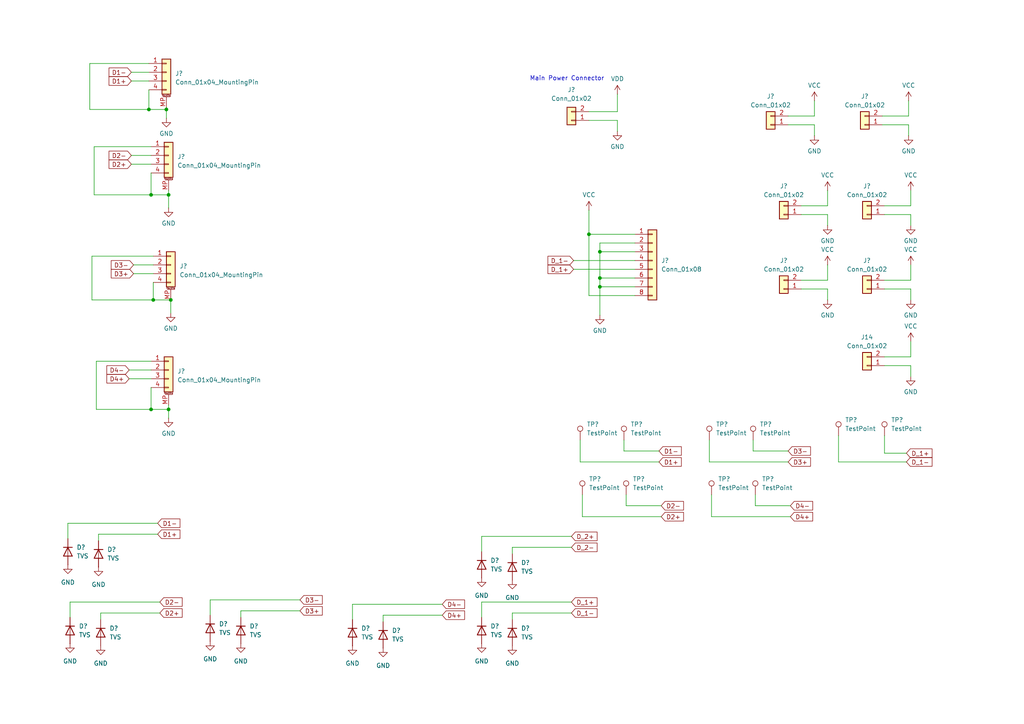
<source format=kicad_sch>
(kicad_sch (version 20250114) (generator "eeschema") (generator_version "9.0")
  (paper "A4")
  (lib_symbols
    (symbol "Connector:TestPoint" (pin_numbers (hide yes)) (pin_names (offset 0.762) (hide yes))
      (property "Reference" "TP" (at 0 6.858 0))
      (property "Value" "TestPoint" (at 0 5.08 0))
      (symbol "TestPoint_0_1"
        (circle (center 0 3.302) (radius 0.762))
      )
      (symbol "TestPoint_1_1"
        (pin passive line (at 0 0 90) (length 2.54) (name "1") (number "1"))
      )
    )
    (symbol "Connector_Generic:Conn_01x02" (pin_names (offset 1.016) (hide yes))
      (property "Reference" "J" (at 0 2.54 0))
      (property "Value" "Conn_01x02" (at 0 -5.08 0))
      (symbol "Conn_01x02_1_1"
        (rectangle (start -1.27 1.27) (end 1.27 -3.81) (stroke (width 0.254)) (fill (type background)))
        (rectangle (start -1.27 0.127) (end 0 -0.127) (stroke (width 0.1524)))
        (rectangle (start -1.27 -2.413) (end 0 -2.667) (stroke (width 0.1524)))
        (pin passive line (at -5.08 0 0) (length 3.81) (name "Pin_1") (number "1"))
        (pin passive line (at -5.08 -2.54 0) (length 3.81) (name "Pin_2") (number "2"))
      )
    )
    (symbol "Connector_Generic:Conn_01x08" (pin_names (offset 1.016) (hide yes))
      (property "Reference" "J" (at 0 10.16 0))
      (property "Value" "Conn_01x08" (at 0 -12.7 0))
      (symbol "Conn_01x08_1_1"
        (rectangle (start -1.27 8.89) (end 1.27 -11.43) (stroke (width 0.254)) (fill (type background)))
        (rectangle (start -1.27 7.747) (end 0 7.493) (stroke (width 0.1524)))
        (rectangle (start -1.27 5.207) (end 0 4.953) (stroke (width 0.1524)))
        (rectangle (start -1.27 2.667) (end 0 2.413) (stroke (width 0.1524)))
        (rectangle (start -1.27 0.127) (end 0 -0.127) (stroke (width 0.1524)))
        (rectangle (start -1.27 -2.413) (end 0 -2.667) (stroke (width 0.1524)))
        (rectangle (start -1.27 -4.953) (end 0 -5.207) (stroke (width 0.1524)))
        (rectangle (start -1.27 -7.493) (end 0 -7.747) (stroke (width 0.1524)))
        (rectangle (start -1.27 -10.033) (end 0 -10.287) (stroke (width 0.1524)))
        (pin passive line (at -5.08 7.62 0) (length 3.81) (name "Pin_1") (number "1"))
        (pin passive line (at -5.08 5.08 0) (length 3.81) (name "Pin_2") (number "2"))
        (pin passive line (at -5.08 2.54 0) (length 3.81) (name "Pin_3") (number "3"))
        (pin passive line (at -5.08 0 0) (length 3.81) (name "Pin_4") (number "4"))
        (pin passive line (at -5.08 -2.54 0) (length 3.81) (name "Pin_5") (number "5"))
        (pin passive line (at -5.08 -5.08 0) (length 3.81) (name "Pin_6") (number "6"))
        (pin passive line (at -5.08 -7.62 0) (length 3.81) (name "Pin_7") (number "7"))
        (pin passive line (at -5.08 -10.16 0) (length 3.81) (name "Pin_8") (number "8"))
      )
    )
    (symbol "Connector_Generic_MountingPin:Conn_01x04_MountingPin" (pin_names (offset 1.016) (hide yes))
      (property "Reference" "J" (at 0 5.08 0))
      (property "Value" "Conn_01x04_MountingPin" (at 1.27 -7.62 0))
      (symbol "Conn_01x04_MountingPin_1_1"
        (rectangle (start -1.27 3.81) (end 1.27 -6.35) (stroke (width 0.254)) (fill (type background)))
        (rectangle (start -1.27 2.667) (end 0 2.413) (stroke (width 0.1524)))
        (rectangle (start -1.27 0.127) (end 0 -0.127) (stroke (width 0.1524)))
        (rectangle (start -1.27 -2.413) (end 0 -2.667) (stroke (width 0.1524)))
        (rectangle (start -1.27 -4.953) (end 0 -5.207) (stroke (width 0.1524)))
        (polyline (pts (xy -1.016 -7.112) (xy 1.016 -7.112)) (stroke (width 0.1524)))
        (text "Mounting" (at 0 -6.731 0) (effects (font (size 0.381 0.381))))
        (pin passive line (at -5.08 2.54 0) (length 3.81) (name "Pin_1") (number "1"))
        (pin passive line (at -5.08 0 0) (length 3.81) (name "Pin_2") (number "2"))
        (pin passive line (at -5.08 -2.54 0) (length 3.81) (name "Pin_3") (number "3"))
        (pin passive line (at -5.08 -5.08 0) (length 3.81) (name "Pin_4") (number "4"))
        (pin passive line (at 0 -10.16 90) (length 3.048) (name "MountPin") (number "MP"))
      )
    )
    (symbol "Device:D" (pin_numbers (hide yes)) (pin_names (offset 1.016) (hide yes))
      (property "Reference" "D" (at 0 2.54 0))
      (property "Value" "D" (at 0 -2.54 0))
      (symbol "D_0_1"
        (polyline (pts (xy -1.27 1.27) (xy -1.27 -1.27)) (stroke (width 0.254)))
        (polyline (pts (xy 1.27 1.27) (xy 1.27 -1.27) (xy -1.27 0) (xy 1.27 1.27)) (stroke (width 0.254)))
        (polyline (pts (xy 1.27 0) (xy -1.27 0)))
      )
      (symbol "D_1_1"
        (pin passive line (at -3.81 0 0) (length 2.54) (name "K") (number "1"))
        (pin passive line (at 3.81 0 180) (length 2.54) (name "A") (number "2"))
      )
    )
    (symbol "power:GND" (power) (pin_numbers (hide yes)) (pin_names (offset 0) (hide yes))
      (property "Value" "GND" (at 0 -3.81 0))
      (symbol "GND_0_1"
        (polyline (pts (xy 0 0) (xy 0 -1.27) (xy 1.27 -1.27) (xy 0 -2.54) (xy -1.27 -1.27) (xy 0 -1.27)))
      )
      (symbol "GND_1_1"
        (pin power_in line (at 0 0 270) (length 0) (name "~") (number "1"))
      )
    )
    (symbol "power:VCC" (power) (pin_numbers (hide yes)) (pin_names (offset 0) (hide yes))
      (property "Value" "VCC" (at 0 3.556 0))
      (symbol "VCC_0_1"
        (polyline (pts (xy -0.762 1.27) (xy 0 2.54)))
        (polyline (pts (xy 0 2.54) (xy 0.762 1.27)))
        (polyline (pts (xy 0 0) (xy 0 2.54)))
      )
      (symbol "VCC_1_1"
        (pin power_in line (at 0 0 90) (length 0) (name "~") (number "1"))
      )
    )
    (symbol "power:VDD" (power) (pin_numbers (hide yes)) (pin_names (offset 0) (hide yes))
      (property "Value" "VDD" (at 0 3.556 0))
      (symbol "VDD_0_1"
        (polyline (pts (xy -0.762 1.27) (xy 0 2.54)))
        (polyline (pts (xy 0 2.54) (xy 0.762 1.27)))
        (polyline (pts (xy 0 0) (xy 0 2.54)))
      )
      (symbol "VDD_1_1"
        (pin power_in line (at 0 0 90) (length 0) (name "~") (number "1"))
      )
    )
  )
  (text "Main Power Connector" (at 164.465 22.86 0) (effects (font (size 1.27 1.27))))
  (junction (at 44.45 86.995))
  (junction (at 48.26 31.75))
  (junction (at 48.895 118.745))
  (junction (at 49.53 86.995))
  (junction (at 173.99 73.025))
  (junction (at 173.99 83.185))
  (junction (at 170.815 67.945))
  (junction (at 43.815 56.515))
  (junction (at 48.895 56.515))
  (junction (at 43.18 31.75))
  (junction (at 43.815 118.745))
  (junction (at 173.99 80.645))
  (wire (pts (xy 240.03 83.82) (xy 240.03 86.995)))
  (wire (pts (xy 256.54 62.23) (xy 264.16 62.23)))
  (wire (pts (xy 256.54 106.045) (xy 264.16 106.045)))
  (wire (pts (xy 38.1 20.955) (xy 43.18 20.955)))
  (wire (pts (xy 219.075 143.51) (xy 219.075 146.685)))
  (wire (pts (xy 173.99 83.185) (xy 184.15 83.185)))
  (wire (pts (xy 264.16 83.82) (xy 264.16 86.995)))
  (wire (pts (xy 263.525 36.195) (xy 263.525 39.37)))
  (wire (pts (xy 170.815 32.385) (xy 179.07 32.385)))
  (wire (pts (xy 44.45 79.375) (xy 38.735 79.375)))
  (wire (pts (xy 232.41 81.28) (xy 240.03 81.28)))
  (wire (pts (xy 173.99 80.645) (xy 173.99 73.025)))
  (wire (pts (xy 206.375 149.86) (xy 229.235 149.86)))
  (wire (pts (xy 43.815 56.515) (xy 48.895 56.515)))
  (wire (pts (xy 228.6 33.655) (xy 236.22 33.655)))
  (wire (pts (xy 46.355 177.8) (xy 29.21 177.8)))
  (wire (pts (xy 165.735 177.8) (xy 148.59 177.8)))
  (wire (pts (xy 170.815 34.925) (xy 179.07 34.925)))
  (wire (pts (xy 44.45 81.915) (xy 44.45 86.995)))
  (wire (pts (xy 49.53 86.995) (xy 49.53 90.805)))
  (wire (pts (xy 180.975 127.635) (xy 180.975 130.81)))
  (wire (pts (xy 37.465 109.855) (xy 43.815 109.855)))
  (wire (pts (xy 173.99 91.44) (xy 173.99 83.185)))
  (wire (pts (xy 27.305 42.545) (xy 27.305 56.515)))
  (wire (pts (xy 27.94 104.775) (xy 27.94 118.745)))
  (wire (pts (xy 148.59 177.8) (xy 148.59 179.705)))
  (wire (pts (xy 26.035 31.75) (xy 43.18 31.75)))
  (wire (pts (xy 256.54 81.28) (xy 264.16 81.28)))
  (wire (pts (xy 86.995 173.99) (xy 60.96 173.99)))
  (wire (pts (xy 170.815 67.945) (xy 184.15 67.945)))
  (wire (pts (xy 256.54 83.82) (xy 264.16 83.82)))
  (wire (pts (xy 43.815 118.745) (xy 48.895 118.745)))
  (wire (pts (xy 44.45 86.995) (xy 49.53 86.995)))
  (wire (pts (xy 168.275 133.985) (xy 191.135 133.985)))
  (wire (pts (xy 43.815 112.395) (xy 43.815 118.745)))
  (wire (pts (xy 205.74 127.635) (xy 205.74 133.985)))
  (wire (pts (xy 45.72 151.765) (xy 19.685 151.765)))
  (wire (pts (xy 180.975 130.81) (xy 191.135 130.81)))
  (wire (pts (xy 26.67 74.295) (xy 26.67 86.995)))
  (wire (pts (xy 27.305 56.515) (xy 43.815 56.515)))
  (wire (pts (xy 43.815 104.775) (xy 27.94 104.775)))
  (wire (pts (xy 170.815 85.725) (xy 170.815 67.945)))
  (wire (pts (xy 148.59 158.75) (xy 148.59 160.655)))
  (wire (pts (xy 45.72 154.94) (xy 28.575 154.94)))
  (wire (pts (xy 173.99 73.025) (xy 184.15 73.025)))
  (wire (pts (xy 26.67 86.995) (xy 44.45 86.995)))
  (wire (pts (xy 43.815 47.625) (xy 38.1 47.625)))
  (wire (pts (xy 264.16 103.505) (xy 264.16 99.06)))
  (wire (pts (xy 60.96 173.99) (xy 60.96 178.435)))
  (wire (pts (xy 139.7 174.625) (xy 139.7 179.07)))
  (wire (pts (xy 27.94 118.745) (xy 43.815 118.745)))
  (wire (pts (xy 264.16 106.045) (xy 264.16 109.22)))
  (wire (pts (xy 256.54 59.69) (xy 264.16 59.69)))
  (wire (pts (xy 48.26 31.75) (xy 48.26 31.115)))
  (wire (pts (xy 236.22 36.195) (xy 236.22 39.37)))
  (wire (pts (xy 86.995 177.165) (xy 69.85 177.165)))
  (wire (pts (xy 38.1 23.495) (xy 43.18 23.495)))
  (wire (pts (xy 102.235 175.26) (xy 102.235 179.705)))
  (wire (pts (xy 256.54 126.365) (xy 256.54 131.445)))
  (wire (pts (xy 166.37 78.105) (xy 184.15 78.105)))
  (wire (pts (xy 29.21 177.8) (xy 29.21 179.705)))
  (wire (pts (xy 240.03 62.23) (xy 240.03 65.405)))
  (wire (pts (xy 28.575 154.94) (xy 28.575 156.845)))
  (wire (pts (xy 26.035 18.415) (xy 26.035 31.75)))
  (wire (pts (xy 48.895 55.245) (xy 48.895 56.515)))
  (wire (pts (xy 264.16 81.28) (xy 264.16 76.835)))
  (wire (pts (xy 168.91 149.86) (xy 191.77 149.86)))
  (wire (pts (xy 139.7 155.575) (xy 139.7 160.02)))
  (wire (pts (xy 255.905 36.195) (xy 263.525 36.195)))
  (wire (pts (xy 44.45 74.295) (xy 26.67 74.295)))
  (wire (pts (xy 263.525 33.655) (xy 263.525 29.21)))
  (wire (pts (xy 46.355 174.625) (xy 20.32 174.625)))
  (wire (pts (xy 170.815 60.96) (xy 170.815 67.945)))
  (wire (pts (xy 44.45 76.835) (xy 38.735 76.835)))
  (wire (pts (xy 255.905 33.655) (xy 263.525 33.655)))
  (wire (pts (xy 165.735 158.75) (xy 148.59 158.75)))
  (wire (pts (xy 43.815 45.085) (xy 38.1 45.085)))
  (wire (pts (xy 181.61 146.685) (xy 191.77 146.685)))
  (wire (pts (xy 48.895 118.745) (xy 48.895 121.285)))
  (wire (pts (xy 48.26 34.29) (xy 48.26 31.75)))
  (wire (pts (xy 43.815 42.545) (xy 27.305 42.545)))
  (wire (pts (xy 179.07 27.305) (xy 179.07 32.385)))
  (wire (pts (xy 181.61 143.51) (xy 181.61 146.685)))
  (wire (pts (xy 43.18 31.75) (xy 48.26 31.75)))
  (wire (pts (xy 19.685 151.765) (xy 19.685 156.21)))
  (wire (pts (xy 219.075 146.685) (xy 229.235 146.685)))
  (wire (pts (xy 43.815 50.165) (xy 43.815 56.515)))
  (wire (pts (xy 111.125 178.435) (xy 111.125 180.34)))
  (wire (pts (xy 232.41 83.82) (xy 240.03 83.82)))
  (wire (pts (xy 232.41 62.23) (xy 240.03 62.23)))
  (wire (pts (xy 128.27 178.435) (xy 111.125 178.435)))
  (wire (pts (xy 236.22 33.655) (xy 236.22 29.21)))
  (wire (pts (xy 166.37 75.565) (xy 184.15 75.565)))
  (wire (pts (xy 179.07 34.925) (xy 179.07 38.1)))
  (wire (pts (xy 184.15 85.725) (xy 170.815 85.725)))
  (wire (pts (xy 218.44 127.635) (xy 218.44 130.81)))
  (wire (pts (xy 128.27 175.26) (xy 102.235 175.26)))
  (wire (pts (xy 173.99 70.485) (xy 184.15 70.485)))
  (wire (pts (xy 165.735 155.575) (xy 139.7 155.575)))
  (wire (pts (xy 206.375 143.51) (xy 206.375 149.86)))
  (wire (pts (xy 69.85 177.165) (xy 69.85 179.07)))
  (wire (pts (xy 37.465 107.315) (xy 43.815 107.315)))
  (wire (pts (xy 168.91 143.51) (xy 168.91 149.86)))
  (wire (pts (xy 243.205 133.985) (xy 262.89 133.985)))
  (wire (pts (xy 20.32 174.625) (xy 20.32 179.07)))
  (wire (pts (xy 48.895 117.475) (xy 48.895 118.745)))
  (wire (pts (xy 43.18 18.415) (xy 26.035 18.415)))
  (wire (pts (xy 43.18 26.035) (xy 43.18 31.75)))
  (wire (pts (xy 205.74 133.985) (xy 228.6 133.985)))
  (wire (pts (xy 165.735 174.625) (xy 139.7 174.625)))
  (wire (pts (xy 173.99 80.645) (xy 184.15 80.645)))
  (wire (pts (xy 173.99 73.025) (xy 173.99 70.485)))
  (wire (pts (xy 228.6 36.195) (xy 236.22 36.195)))
  (wire (pts (xy 168.275 127.635) (xy 168.275 133.985)))
  (wire (pts (xy 243.205 126.365) (xy 243.205 133.985)))
  (wire (pts (xy 240.03 59.69) (xy 240.03 55.245)))
  (wire (pts (xy 48.895 56.515) (xy 48.895 60.325)))
  (wire (pts (xy 256.54 103.505) (xy 264.16 103.505)))
  (wire (pts (xy 264.16 59.69) (xy 264.16 55.245)))
  (wire (pts (xy 264.16 62.23) (xy 264.16 65.405)))
  (wire (pts (xy 232.41 59.69) (xy 240.03 59.69)))
  (wire (pts (xy 240.03 81.28) (xy 240.03 76.835)))
  (wire (pts (xy 218.44 130.81) (xy 228.6 130.81)))
  (wire (pts (xy 256.54 131.445) (xy 262.89 131.445)))
  (wire (pts (xy 173.99 83.185) (xy 173.99 80.645)))
  (global_label "D_1-" (shape input) (at 165.735 177.8 0) (property "Intersheetrefs" "${INTERSHEET_REFS}" (effects (hide yes))))
  (global_label "D2-" (shape input) (at 38.1 45.085 180) (property "Intersheetrefs" "${INTERSHEET_REFS}" (effects (hide yes))))
  (global_label "D_1-" (shape input) (at 166.37 75.565 180) (property "Intersheetrefs" "${INTERSHEET_REFS}" (effects (hide yes))))
  (global_label "D3-" (shape input) (at 38.735 76.835 180) (property "Intersheetrefs" "${INTERSHEET_REFS}" (effects (hide yes))))
  (global_label "D4+" (shape input) (at 37.465 109.855 180) (property "Intersheetrefs" "${INTERSHEET_REFS}" (effects (hide yes))))
  (global_label "D2-" (shape input) (at 46.355 174.625 0) (property "Intersheetrefs" "${INTERSHEET_REFS}" (effects (hide yes))))
  (global_label "D_1+" (shape input) (at 262.89 131.445 0) (property "Intersheetrefs" "${INTERSHEET_REFS}" (effects (hide yes))))
  (global_label "D1-" (shape input) (at 38.1 20.955 180) (property "Intersheetrefs" "${INTERSHEET_REFS}" (effects (hide yes))))
  (global_label "D4+" (shape input) (at 128.27 178.435 0) (property "Intersheetrefs" "${INTERSHEET_REFS}" (effects (hide yes))))
  (global_label "D_1+" (shape input) (at 165.735 174.625 0) (property "Intersheetrefs" "${INTERSHEET_REFS}" (effects (hide yes))))
  (global_label "D1+" (shape input) (at 38.1 23.495 180) (property "Intersheetrefs" "${INTERSHEET_REFS}" (effects (hide yes))))
  (global_label "D4+" (shape input) (at 229.235 149.86 0) (property "Intersheetrefs" "${INTERSHEET_REFS}" (effects (hide yes))))
  (global_label "D_1+" (shape input) (at 166.37 78.105 180) (property "Intersheetrefs" "${INTERSHEET_REFS}" (effects (hide yes))))
  (global_label "D2+" (shape input) (at 38.1 47.625 180) (property "Intersheetrefs" "${INTERSHEET_REFS}" (effects (hide yes))))
  (global_label "D_2+" (shape input) (at 165.735 155.575 0) (property "Intersheetrefs" "${INTERSHEET_REFS}" (effects (hide yes))))
  (global_label "D3+" (shape input) (at 86.995 177.165 0) (property "Intersheetrefs" "${INTERSHEET_REFS}" (effects (hide yes))))
  (global_label "D1+" (shape input) (at 45.72 154.94 0) (property "Intersheetrefs" "${INTERSHEET_REFS}" (effects (hide yes))))
  (global_label "D1+" (shape input) (at 191.135 133.985 0) (property "Intersheetrefs" "${INTERSHEET_REFS}" (effects (hide yes))))
  (global_label "D2+" (shape input) (at 191.77 149.86 0) (property "Intersheetrefs" "${INTERSHEET_REFS}" (effects (hide yes))))
  (global_label "D_2-" (shape input) (at 165.735 158.75 0) (property "Intersheetrefs" "${INTERSHEET_REFS}" (effects (hide yes))))
  (global_label "D1-" (shape input) (at 45.72 151.765 0) (property "Intersheetrefs" "${INTERSHEET_REFS}" (effects (hide yes))))
  (global_label "D3-" (shape input) (at 86.995 173.99 0) (property "Intersheetrefs" "${INTERSHEET_REFS}" (effects (hide yes))))
  (global_label "D3+" (shape input) (at 38.735 79.375 180) (property "Intersheetrefs" "${INTERSHEET_REFS}" (effects (hide yes))))
  (global_label "D4-" (shape input) (at 229.235 146.685 0) (property "Intersheetrefs" "${INTERSHEET_REFS}" (effects (hide yes))))
  (global_label "D4-" (shape input) (at 37.465 107.315 180) (property "Intersheetrefs" "${INTERSHEET_REFS}" (effects (hide yes))))
  (global_label "D4-" (shape input) (at 128.27 175.26 0) (property "Intersheetrefs" "${INTERSHEET_REFS}" (effects (hide yes))))
  (global_label "D3+" (shape input) (at 228.6 133.985 0) (property "Intersheetrefs" "${INTERSHEET_REFS}" (effects (hide yes))))
  (global_label "D3-" (shape input) (at 228.6 130.81 0) (property "Intersheetrefs" "${INTERSHEET_REFS}" (effects (hide yes))))
  (global_label "D_1-" (shape input) (at 262.89 133.985 0) (property "Intersheetrefs" "${INTERSHEET_REFS}" (effects (hide yes))))
  (global_label "D2+" (shape input) (at 46.355 177.8 0) (property "Intersheetrefs" "${INTERSHEET_REFS}" (effects (hide yes))))
  (global_label "D1-" (shape input) (at 191.135 130.81 0) (property "Intersheetrefs" "${INTERSHEET_REFS}" (effects (hide yes))))
  (global_label "D2-" (shape input) (at 191.77 146.685 0) (property "Intersheetrefs" "${INTERSHEET_REFS}" (effects (hide yes))))
  (symbol (lib_id "power:GND") (at 28.575 164.465 0) (unit 1)
    (property "Reference" "#PWR?" (effects (hide yes)))
    (property "Value" "GND" (at 28.575 169.545 0))
    (property "Description" "Power symbol creates a global label with name \"GND\" , ground" (effects (hide yes)))
  )
  (symbol (lib_id "Connector:TestPoint") (at 168.275 127.635 0) (unit 1)
    (property "Reference" "TP?" (at 170.18 123.0629 0) (effects (justify left)))
    (property "Value" "TestPoint" (at 170.18 125.6029 0) (effects (justify left)))
    (property "Footprint" "TestPoint:TestPoint_Pad_D1.5mm" (effects (hide yes)))
    (property "Description" "test point" (effects (hide yes)))
  )
  (symbol (lib_id "power:GND") (at 60.96 186.055 0) (unit 1)
    (property "Reference" "#PWR?" (effects (hide yes)))
    (property "Value" "GND" (at 60.96 191.135 0))
    (property "Description" "Power symbol creates a global label with name \"GND\" , ground" (effects (hide yes)))
  )
  (symbol (lib_id "Connector:TestPoint") (at 218.44 127.635 0) (unit 1)
    (property "Reference" "TP?" (at 220.345 123.0629 0) (effects (justify left)))
    (property "Value" "TestPoint" (at 220.345 125.6029 0) (effects (justify left)))
    (property "Footprint" "TestPoint:TestPoint_Pad_D1.5mm" (effects (hide yes)))
    (property "Description" "test point" (effects (hide yes)))
  )
  (symbol (lib_id "Connector_Generic:Conn_01x02") (at 250.825 36.195 180) (unit 1)
    (property "Reference" "J?" (at 250.825 27.94 0))
    (property "Value" "Conn_01x02" (at 250.825 30.48 0))
    (property "Footprint" "Connector_AMASS:AMASS_XT30U-F_1x02_P5.0mm_Vertical" (effects (hide yes)))
    (property "Description" "Generic connector, single row, 01x02, script generated (kicad-library-utils/schlib/autogen/connector/)" (effects (hide yes)))
  )
  (symbol (lib_id "Connector_Generic_MountingPin:Conn_01x04_MountingPin") (at 48.26 20.955 0) (unit 1)
    (property "Reference" "J?" (at 50.8 21.3105 0) (effects (justify left)))
    (property "Value" "Conn_01x04_MountingPin" (at 50.8 23.8505 0) (effects (justify left)))
    (property "Footprint" "Connector_FFC-FPC:Amphenol_F32Q-1A7x1-11004_1x04-1MP_P0.5mm_Horizontal" (effects (hide yes)))
    (property "Description" "Generic connectable mounting pin connector, single row, 01x04, script generated (kicad-library-utils/schlib/autogen/connector/)" (effects (hide yes)))
  )
  (symbol (lib_id "power:VCC") (at 240.03 55.245 0) (unit 1)
    (property "Reference" "#PWR?" (effects (hide yes)))
    (property "Value" "VCC" (at 240.03 50.8 0))
    (property "Description" "Power symbol creates a global label with name \"VCC\"" (effects (hide yes)))
  )
  (symbol (lib_id "power:VCC") (at 240.03 76.835 0) (unit 1)
    (property "Reference" "#PWR?" (effects (hide yes)))
    (property "Value" "VCC" (at 240.03 72.39 0))
    (property "Description" "Power symbol creates a global label with name \"VCC\"" (effects (hide yes)))
  )
  (symbol (lib_id "power:GND") (at 139.7 186.69 0) (unit 1)
    (property "Reference" "#PWR?" (effects (hide yes)))
    (property "Value" "GND" (at 139.7 191.77 0))
    (property "Description" "Power symbol creates a global label with name \"GND\" , ground" (effects (hide yes)))
  )
  (symbol (lib_id "power:GND") (at 19.685 163.83 0) (unit 1)
    (property "Reference" "#PWR?" (effects (hide yes)))
    (property "Value" "GND" (at 19.685 168.91 0))
    (property "Description" "Power symbol creates a global label with name \"GND\" , ground" (effects (hide yes)))
  )
  (symbol (lib_id "power:GND") (at 240.03 86.995 0) (unit 1)
    (property "Reference" "#PWR?" (effects (hide yes)))
    (property "Value" "GND" (at 240.03 91.44 0))
    (property "Description" "Power symbol creates a global label with name \"GND\" , ground" (effects (hide yes)))
  )
  (symbol (lib_id "Connector:TestPoint") (at 219.075 143.51 0) (unit 1)
    (property "Reference" "TP?" (at 220.98 138.9379 0) (effects (justify left)))
    (property "Value" "TestPoint" (at 220.98 141.4779 0) (effects (justify left)))
    (property "Footprint" "TestPoint:TestPoint_Pad_D1.5mm" (effects (hide yes)))
    (property "Description" "test point" (effects (hide yes)))
  )
  (symbol (lib_id "Connector:TestPoint") (at 206.375 143.51 0) (unit 1)
    (property "Reference" "TP?" (at 208.28 138.9379 0) (effects (justify left)))
    (property "Value" "TestPoint" (at 208.28 141.4779 0) (effects (justify left)))
    (property "Footprint" "TestPoint:TestPoint_Pad_D1.5mm" (effects (hide yes)))
    (property "Description" "test point" (effects (hide yes)))
  )
  (symbol (lib_id "power:GND") (at 263.525 39.37 0) (unit 1)
    (property "Reference" "#PWR?" (effects (hide yes)))
    (property "Value" "GND" (at 263.525 43.815 0))
    (property "Description" "Power symbol creates a global label with name \"GND\" , ground" (effects (hide yes)))
  )
  (symbol (lib_id "power:GND") (at 264.16 109.22 0) (unit 1)
    (property "Reference" "#PWR0105" (effects (hide yes)))
    (property "Value" "GND" (at 264.16 113.665 0))
    (property "Description" "Power symbol creates a global label with name \"GND\" , ground" (effects (hide yes)))
  )
  (symbol (lib_id "power:GND") (at 48.895 60.325 0) (unit 1)
    (property "Reference" "#PWR01" (effects (hide yes)))
    (property "Value" "GND" (at 48.895 64.77 0))
    (property "Description" "Power symbol creates a global label with name \"GND\" , ground" (effects (hide yes)))
  )
  (symbol (lib_id "Device:D") (at 19.685 160.02 270) (unit 1)
    (property "Reference" "D?" (at 22.225 158.7499 90) (effects (justify left)))
    (property "Value" "TVS" (at 22.225 161.2899 90) (effects (justify left)))
    (property "Footprint" "Diode_SMD:D_SOD-323" (effects (hide yes)))
    (property "Description" "DIODES DESD5V0U1BA-7" (effects (hide yes)))
    (property "Sim.Device" "D" (effects (hide yes)))
    (property "Sim.Pins" "1=K 2=A" (effects (hide yes)))
  )
  (symbol (lib_id "power:VCC") (at 264.16 55.245 0) (unit 1)
    (property "Reference" "#PWR?" (effects (hide yes)))
    (property "Value" "VCC" (at 264.16 50.8 0))
    (property "Description" "Power symbol creates a global label with name \"VCC\"" (effects (hide yes)))
  )
  (symbol (lib_id "power:VCC") (at 263.525 29.21 0) (unit 1)
    (property "Reference" "#PWR?" (effects (hide yes)))
    (property "Value" "VCC" (at 263.525 24.765 0))
    (property "Description" "Power symbol creates a global label with name \"VCC\"" (effects (hide yes)))
  )
  (symbol (lib_id "Connector:TestPoint") (at 243.205 126.365 0) (unit 1)
    (property "Reference" "TP?" (at 245.11 121.7929 0) (effects (justify left)))
    (property "Value" "TestPoint" (at 245.11 124.3329 0) (effects (justify left)))
    (property "Footprint" "TestPoint:TestPoint_Pad_D1.5mm" (effects (hide yes)))
    (property "Description" "test point" (effects (hide yes)))
  )
  (symbol (lib_id "power:VCC") (at 264.16 76.835 0) (unit 1)
    (property "Reference" "#PWR?" (effects (hide yes)))
    (property "Value" "VCC" (at 264.16 72.39 0))
    (property "Description" "Power symbol creates a global label with name \"VCC\"" (effects (hide yes)))
  )
  (symbol (lib_id "Connector:TestPoint") (at 256.54 126.365 0) (unit 1)
    (property "Reference" "TP?" (at 258.445 121.7929 0) (effects (justify left)))
    (property "Value" "TestPoint" (at 258.445 124.3329 0) (effects (justify left)))
    (property "Footprint" "TestPoint:TestPoint_Pad_D1.5mm" (effects (hide yes)))
    (property "Description" "test point" (effects (hide yes)))
  )
  (symbol (lib_id "power:GND") (at 111.125 187.96 0) (unit 1)
    (property "Reference" "#PWR?" (effects (hide yes)))
    (property "Value" "GND" (at 111.125 193.04 0))
    (property "Description" "Power symbol creates a global label with name \"GND\" , ground" (effects (hide yes)))
  )
  (symbol (lib_id "Connector_Generic:Conn_01x02") (at 251.46 106.045 180) (unit 1)
    (property "Reference" "J14" (at 251.46 97.79 0))
    (property "Value" "Conn_01x02" (at 251.46 100.33 0))
    (property "Footprint" "Connector_AMASS:AMASS_XT30U-F_1x02_P5.0mm_Vertical" (effects (hide yes)))
    (property "Description" "Generic connector, single row, 01x02, script generated (kicad-library-utils/schlib/autogen/connector/)" (effects (hide yes)))
  )
  (symbol (lib_id "power:GND") (at 48.26 34.29 0) (unit 1)
    (property "Reference" "#PWR02" (effects (hide yes)))
    (property "Value" "GND" (at 48.26 38.735 0))
    (property "Description" "Power symbol creates a global label with name \"GND\" , ground" (effects (hide yes)))
  )
  (symbol (lib_id "power:VCC") (at 236.22 29.21 0) (unit 1)
    (property "Reference" "#PWR?" (effects (hide yes)))
    (property "Value" "VCC" (at 236.22 24.765 0))
    (property "Description" "Power symbol creates a global label with name \"VCC\"" (effects (hide yes)))
  )
  (symbol (lib_id "Device:D") (at 148.59 164.465 270) (unit 1)
    (property "Reference" "D?" (at 151.13 163.1949 90) (effects (justify left)))
    (property "Value" "TVS" (at 151.13 165.7349 90) (effects (justify left)))
    (property "Footprint" "Diode_SMD:D_SOD-323" (effects (hide yes)))
    (property "Description" "DIODES DESD5V0U1BA-7" (effects (hide yes)))
    (property "Sim.Device" "D" (effects (hide yes)))
    (property "Sim.Pins" "1=K 2=A" (effects (hide yes)))
  )
  (symbol (lib_id "power:GND") (at 240.03 65.405 0) (unit 1)
    (property "Reference" "#PWR?" (effects (hide yes)))
    (property "Value" "GND" (at 240.03 69.85 0))
    (property "Description" "Power symbol creates a global label with name \"GND\" , ground" (effects (hide yes)))
  )
  (symbol (lib_id "power:GND") (at 48.895 121.285 0) (unit 1)
    (property "Reference" "#PWR03" (effects (hide yes)))
    (property "Value" "GND" (at 48.895 125.73 0))
    (property "Description" "Power symbol creates a global label with name \"GND\" , ground" (effects (hide yes)))
  )
  (symbol (lib_id "power:GND") (at 179.07 38.1 0) (unit 1)
    (property "Reference" "#PWR?" (effects (hide yes)))
    (property "Value" "GND" (at 179.07 42.545 0))
    (property "Description" "Power symbol creates a global label with name \"GND\" , ground" (effects (hide yes)))
  )
  (symbol (lib_id "Connector_Generic_MountingPin:Conn_01x04_MountingPin") (at 48.895 45.085 0) (unit 1)
    (property "Reference" "J?" (at 51.435 45.4405 0) (effects (justify left)))
    (property "Value" "Conn_01x04_MountingPin" (at 51.435 47.9805 0) (effects (justify left)))
    (property "Footprint" "Connector_FFC-FPC:Amphenol_F32Q-1A7x1-11004_1x04-1MP_P0.5mm_Horizontal" (effects (hide yes)))
    (property "Description" "Generic connectable mounting pin connector, single row, 01x04, script generated (kicad-library-utils/schlib/autogen/connector/)" (effects (hide yes)))
  )
  (symbol (lib_id "Device:D") (at 139.7 182.88 270) (unit 1)
    (property "Reference" "D?" (at 142.24 181.6099 90) (effects (justify left)))
    (property "Value" "TVS" (at 142.24 184.1499 90) (effects (justify left)))
    (property "Footprint" "Diode_SMD:D_SOD-323" (effects (hide yes)))
    (property "Description" "DIODES DESD5V0U1BA-7" (effects (hide yes)))
    (property "Sim.Device" "D" (effects (hide yes)))
    (property "Sim.Pins" "1=K 2=A" (effects (hide yes)))
  )
  (symbol (lib_id "Connector_Generic:Conn_01x02") (at 251.46 83.82 180) (unit 1)
    (property "Reference" "J?" (at 251.46 75.565 0))
    (property "Value" "Conn_01x02" (at 251.46 78.105 0))
    (property "Footprint" "Connector_AMASS:AMASS_XT30U-F_1x02_P5.0mm_Vertical" (effects (hide yes)))
    (property "Description" "Generic connector, single row, 01x02, script generated (kicad-library-utils/schlib/autogen/connector/)" (effects (hide yes)))
  )
  (symbol (lib_id "Device:D") (at 102.235 183.515 270) (unit 1)
    (property "Reference" "D?" (at 104.775 182.2449 90) (effects (justify left)))
    (property "Value" "TVS" (at 104.775 184.7849 90) (effects (justify left)))
    (property "Footprint" "Diode_SMD:D_SOD-323" (effects (hide yes)))
    (property "Description" "DIODES DESD5V0U1BA-7" (effects (hide yes)))
    (property "Sim.Device" "D" (effects (hide yes)))
    (property "Sim.Pins" "1=K 2=A" (effects (hide yes)))
  )
  (symbol (lib_id "power:GND") (at 236.22 39.37 0) (unit 1)
    (property "Reference" "#PWR?" (effects (hide yes)))
    (property "Value" "GND" (at 236.22 43.815 0))
    (property "Description" "Power symbol creates a global label with name \"GND\" , ground" (effects (hide yes)))
  )
  (symbol (lib_id "power:GND") (at 139.7 167.64 0) (unit 1)
    (property "Reference" "#PWR?" (effects (hide yes)))
    (property "Value" "GND" (at 139.7 172.72 0))
    (property "Description" "Power symbol creates a global label with name \"GND\" , ground" (effects (hide yes)))
  )
  (symbol (lib_id "Connector:TestPoint") (at 205.74 127.635 0) (unit 1)
    (property "Reference" "TP?" (at 207.645 123.0629 0) (effects (justify left)))
    (property "Value" "TestPoint" (at 207.645 125.6029 0) (effects (justify left)))
    (property "Footprint" "TestPoint:TestPoint_Pad_D1.5mm" (effects (hide yes)))
    (property "Description" "test point" (effects (hide yes)))
  )
  (symbol (lib_id "Connector_Generic:Conn_01x02") (at 227.33 83.82 180) (unit 1)
    (property "Reference" "J?" (at 227.33 75.565 0))
    (property "Value" "Conn_01x02" (at 227.33 78.105 0))
    (property "Footprint" "Connector_AMASS:AMASS_XT30U-F_1x02_P5.0mm_Vertical" (effects (hide yes)))
    (property "Description" "Generic connector, single row, 01x02, script generated (kicad-library-utils/schlib/autogen/connector/)" (effects (hide yes)))
  )
  (symbol (lib_id "power:GND") (at 102.235 187.325 0) (unit 1)
    (property "Reference" "#PWR?" (effects (hide yes)))
    (property "Value" "GND" (at 102.235 192.405 0))
    (property "Description" "Power symbol creates a global label with name \"GND\" , ground" (effects (hide yes)))
  )
  (symbol (lib_id "Connector:TestPoint") (at 168.91 143.51 0) (unit 1)
    (property "Reference" "TP?" (at 170.815 138.9379 0) (effects (justify left)))
    (property "Value" "TestPoint" (at 170.815 141.4779 0) (effects (justify left)))
    (property "Footprint" "TestPoint:TestPoint_Pad_D1.5mm" (effects (hide yes)))
    (property "Description" "test point" (effects (hide yes)))
  )
  (symbol (lib_id "Connector:TestPoint") (at 180.975 127.635 0) (unit 1)
    (property "Reference" "TP?" (at 182.88 123.0629 0) (effects (justify left)))
    (property "Value" "TestPoint" (at 182.88 125.6029 0) (effects (justify left)))
    (property "Footprint" "TestPoint:TestPoint_Pad_D1.5mm" (effects (hide yes)))
    (property "Description" "test point" (effects (hide yes)))
  )
  (symbol (lib_id "power:GND") (at 69.85 186.69 0) (unit 1)
    (property "Reference" "#PWR?" (effects (hide yes)))
    (property "Value" "GND" (at 69.85 191.77 0))
    (property "Description" "Power symbol creates a global label with name \"GND\" , ground" (effects (hide yes)))
  )
  (symbol (lib_id "power:VDD") (at 179.07 27.305 0) (unit 1)
    (property "Reference" "#PWR?" (effects (hide yes)))
    (property "Value" "VDD" (at 179.07 22.86 0))
    (property "Description" "Power symbol creates a global label with name \"VDD\"" (effects (hide yes)))
  )
  (symbol (lib_id "Connector_Generic:Conn_01x02") (at 251.46 62.23 180) (unit 1)
    (property "Reference" "J?" (at 251.46 53.975 0))
    (property "Value" "Conn_01x02" (at 251.46 56.515 0))
    (property "Footprint" "Connector_AMASS:AMASS_XT30U-F_1x02_P5.0mm_Vertical" (effects (hide yes)))
    (property "Description" "Generic connector, single row, 01x02, script generated (kicad-library-utils/schlib/autogen/connector/)" (effects (hide yes)))
  )
  (symbol (lib_id "power:VCC") (at 170.815 60.96 0) (unit 1)
    (property "Reference" "#PWR?" (effects (hide yes)))
    (property "Value" "VCC" (at 170.815 56.515 0))
    (property "Description" "Power symbol creates a global label with name \"VCC\"" (effects (hide yes)))
  )
  (symbol (lib_id "Connector_Generic_MountingPin:Conn_01x04_MountingPin") (at 48.895 107.315 0) (unit 1)
    (property "Reference" "J?" (at 51.435 107.6705 0) (effects (justify left)))
    (property "Value" "Conn_01x04_MountingPin" (at 51.435 110.2105 0) (effects (justify left)))
    (property "Footprint" "Connector_FFC-FPC:Amphenol_F32Q-1A7x1-11004_1x04-1MP_P0.5mm_Horizontal" (effects (hide yes)))
    (property "Description" "Generic connectable mounting pin connector, single row, 01x04, script generated (kicad-library-utils/schlib/autogen/connector/)" (effects (hide yes)))
  )
  (symbol (lib_id "Connector_Generic:Conn_01x02") (at 227.33 62.23 180) (unit 1)
    (property "Reference" "J?" (at 227.33 53.975 0))
    (property "Value" "Conn_01x02" (at 227.33 56.515 0))
    (property "Footprint" "Connector_AMASS:AMASS_XT30U-F_1x02_P5.0mm_Vertical" (effects (hide yes)))
    (property "Description" "Generic connector, single row, 01x02, script generated (kicad-library-utils/schlib/autogen/connector/)" (effects (hide yes)))
  )
  (symbol (lib_id "power:GND") (at 20.32 186.69 0) (unit 1)
    (property "Reference" "#PWR?" (effects (hide yes)))
    (property "Value" "GND" (at 20.32 191.77 0))
    (property "Description" "Power symbol creates a global label with name \"GND\" , ground" (effects (hide yes)))
  )
  (symbol (lib_id "power:GND") (at 148.59 187.325 0) (unit 1)
    (property "Reference" "#PWR?" (effects (hide yes)))
    (property "Value" "GND" (at 148.59 192.405 0))
    (property "Description" "Power symbol creates a global label with name \"GND\" , ground" (effects (hide yes)))
  )
  (symbol (lib_id "power:GND") (at 148.59 168.275 0) (unit 1)
    (property "Reference" "#PWR?" (effects (hide yes)))
    (property "Value" "GND" (at 148.59 173.355 0))
    (property "Description" "Power symbol creates a global label with name \"GND\" , ground" (effects (hide yes)))
  )
  (symbol (lib_id "power:GND") (at 264.16 65.405 0) (unit 1)
    (property "Reference" "#PWR?" (effects (hide yes)))
    (property "Value" "GND" (at 264.16 69.85 0))
    (property "Description" "Power symbol creates a global label with name \"GND\" , ground" (effects (hide yes)))
  )
  (symbol (lib_id "Device:D") (at 20.32 182.88 270) (unit 1)
    (property "Reference" "D?" (at 22.86 181.6099 90) (effects (justify left)))
    (property "Value" "TVS" (at 22.86 184.1499 90) (effects (justify left)))
    (property "Footprint" "Diode_SMD:D_SOD-323" (effects (hide yes)))
    (property "Description" "DIODES DESD5V0U1BA-7" (effects (hide yes)))
    (property "Sim.Device" "D" (effects (hide yes)))
    (property "Sim.Pins" "1=K 2=A" (effects (hide yes)))
  )
  (symbol (lib_id "Connector:TestPoint") (at 181.61 143.51 0) (unit 1)
    (property "Reference" "TP?" (at 183.515 138.9379 0) (effects (justify left)))
    (property "Value" "TestPoint" (at 183.515 141.4779 0) (effects (justify left)))
    (property "Footprint" "TestPoint:TestPoint_Pad_D1.5mm" (effects (hide yes)))
    (property "Description" "test point" (effects (hide yes)))
  )
  (symbol (lib_id "Device:D") (at 139.7 163.83 270) (unit 1)
    (property "Reference" "D?" (at 142.24 162.5599 90) (effects (justify left)))
    (property "Value" "TVS" (at 142.24 165.0999 90) (effects (justify left)))
    (property "Footprint" "Diode_SMD:D_SOD-323" (effects (hide yes)))
    (property "Description" "DIODES DESD5V0U1BA-7" (effects (hide yes)))
    (property "Sim.Device" "D" (effects (hide yes)))
    (property "Sim.Pins" "1=K 2=A" (effects (hide yes)))
  )
  (symbol (lib_id "power:VCC") (at 264.16 99.06 0) (unit 1)
    (property "Reference" "#PWR0104" (effects (hide yes)))
    (property "Value" "VCC" (at 264.16 94.615 0))
    (property "Description" "Power symbol creates a global label with name \"VCC\"" (effects (hide yes)))
  )
  (symbol (lib_id "Connector_Generic_MountingPin:Conn_01x04_MountingPin") (at 49.53 76.835 0) (unit 1)
    (property "Reference" "J?" (at 52.07 77.1905 0) (effects (justify left)))
    (property "Value" "Conn_01x04_MountingPin" (at 52.07 79.7305 0) (effects (justify left)))
    (property "Footprint" "Connector_FFC-FPC:Amphenol_F32Q-1A7x1-11004_1x04-1MP_P0.5mm_Horizontal" (effects (hide yes)))
    (property "Description" "Generic connectable mounting pin connector, single row, 01x04, script generated (kicad-library-utils/schlib/autogen/connector/)" (effects (hide yes)))
  )
  (symbol (lib_id "Device:D") (at 148.59 183.515 270) (unit 1)
    (property "Reference" "D?" (at 151.13 182.2449 90) (effects (justify left)))
    (property "Value" "TVS" (at 151.13 184.7849 90) (effects (justify left)))
    (property "Footprint" "Diode_SMD:D_SOD-323" (effects (hide yes)))
    (property "Description" "DIODES DESD5V0U1BA-7" (effects (hide yes)))
    (property "Sim.Device" "D" (effects (hide yes)))
    (property "Sim.Pins" "1=K 2=A" (effects (hide yes)))
  )
  (symbol (lib_id "power:GND") (at 173.99 91.44 0) (unit 1)
    (property "Reference" "#PWR?" (effects (hide yes)))
    (property "Value" "GND" (at 173.99 95.885 0))
    (property "Description" "Power symbol creates a global label with name \"GND\" , ground" (effects (hide yes)))
  )
  (symbol (lib_id "power:GND") (at 49.53 90.805 0) (unit 1)
    (property "Reference" "#PWR0103" (effects (hide yes)))
    (property "Value" "GND" (at 49.53 95.25 0))
    (property "Description" "Power symbol creates a global label with name \"GND\" , ground" (effects (hide yes)))
  )
  (symbol (lib_id "Device:D") (at 29.21 183.515 270) (unit 1)
    (property "Reference" "D?" (at 31.75 182.2449 90) (effects (justify left)))
    (property "Value" "TVS" (at 31.75 184.7849 90) (effects (justify left)))
    (property "Footprint" "Diode_SMD:D_SOD-323" (effects (hide yes)))
    (property "Description" "DIODES DESD5V0U1BA-7" (effects (hide yes)))
    (property "Sim.Device" "D" (effects (hide yes)))
    (property "Sim.Pins" "1=K 2=A" (effects (hide yes)))
  )
  (symbol (lib_id "Device:D") (at 60.96 182.245 270) (unit 1)
    (property "Reference" "D?" (at 63.5 180.9749 90) (effects (justify left)))
    (property "Value" "TVS" (at 63.5 183.5149 90) (effects (justify left)))
    (property "Footprint" "Diode_SMD:D_SOD-323" (effects (hide yes)))
    (property "Description" "DIODES DESD5V0U1BA-7" (effects (hide yes)))
    (property "Sim.Device" "D" (effects (hide yes)))
    (property "Sim.Pins" "1=K 2=A" (effects (hide yes)))
  )
  (symbol (lib_id "Connector_Generic:Conn_01x02") (at 165.735 34.925 180) (unit 1)
    (property "Reference" "J?" (at 165.735 26.035 0))
    (property "Value" "Conn_01x02" (at 165.735 28.575 0))
    (property "Footprint" "Connector_AMASS:AMASS_XT60-M_1x02_P7.20mm_Vertical" (effects (hide yes)))
    (property "Description" "Generic connector, single row, 01x02, script generated (kicad-library-utils/schlib/autogen/connector/)" (effects (hide yes)))
  )
  (symbol (lib_id "Connector_Generic:Conn_01x08") (at 189.23 75.565 0) (unit 1)
    (property "Reference" "J?" (at 191.77 75.5649 0) (effects (justify left)))
    (property "Value" "Conn_01x08" (at 191.77 78.1049 0) (effects (justify left)))
    (property "Footprint" "Connector_PinHeader_2.54mm:PinHeader_1x08_P2.54mm_Vertical" (effects (hide yes)))
    (property "Description" "Generic connector, single row, 01x08, script generated (kicad-library-utils/schlib/autogen/connector/)" (effects (hide yes)))
  )
  (symbol (lib_id "power:GND") (at 29.21 187.325 0) (unit 1)
    (property "Reference" "#PWR?" (effects (hide yes)))
    (property "Value" "GND" (at 29.21 192.405 0))
    (property "Description" "Power symbol creates a global label with name \"GND\" , ground" (effects (hide yes)))
  )
  (symbol (lib_id "power:GND") (at 264.16 86.995 0) (unit 1)
    (property "Reference" "#PWR?" (effects (hide yes)))
    (property "Value" "GND" (at 264.16 91.44 0))
    (property "Description" "Power symbol creates a global label with name \"GND\" , ground" (effects (hide yes)))
  )
  (symbol (lib_id "Connector_Generic:Conn_01x02") (at 223.52 36.195 180) (unit 1)
    (property "Reference" "J?" (at 223.52 27.94 0))
    (property "Value" "Conn_01x02" (at 223.52 30.48 0))
    (property "Footprint" "Connector_AMASS:AMASS_XT30U-F_1x02_P5.0mm_Vertical" (effects (hide yes)))
    (property "Description" "Generic connector, single row, 01x02, script generated (kicad-library-utils/schlib/autogen/connector/)" (effects (hide yes)))
  )
  (symbol (lib_id "Device:D") (at 69.85 182.88 270) (unit 1)
    (property "Reference" "D?" (at 72.39 181.6099 90) (effects (justify left)))
    (property "Value" "TVS" (at 72.39 184.1499 90) (effects (justify left)))
    (property "Footprint" "Diode_SMD:D_SOD-323" (effects (hide yes)))
    (property "Description" "DIODES DESD5V0U1BA-7" (effects (hide yes)))
    (property "Sim.Device" "D" (effects (hide yes)))
    (property "Sim.Pins" "1=K 2=A" (effects (hide yes)))
  )
  (symbol (lib_id "Device:D") (at 28.575 160.655 270) (unit 1)
    (property "Reference" "D?" (at 31.115 159.3849 90) (effects (justify left)))
    (property "Value" "TVS" (at 31.115 161.9249 90) (effects (justify left)))
    (property "Footprint" "Diode_SMD:D_SOD-323" (effects (hide yes)))
    (property "Description" "DIODES DESD5V0U1BA-7" (effects (hide yes)))
    (property "Sim.Device" "D" (effects (hide yes)))
    (property "Sim.Pins" "1=K 2=A" (effects (hide yes)))
  )
  (symbol (lib_id "Device:D") (at 111.125 184.15 270) (unit 1)
    (property "Reference" "D?" (at 113.665 182.8799 90) (effects (justify left)))
    (property "Value" "TVS" (at 113.665 185.4199 90) (effects (justify left)))
    (property "Footprint" "Diode_SMD:D_SOD-323" (effects (hide yes)))
    (property "Description" "DIODES DESD5V0U1BA-7" (effects (hide yes)))
    (property "Sim.Device" "D" (effects (hide yes)))
    (property "Sim.Pins" "1=K 2=A" (effects (hide yes)))
  )
)
</source>
